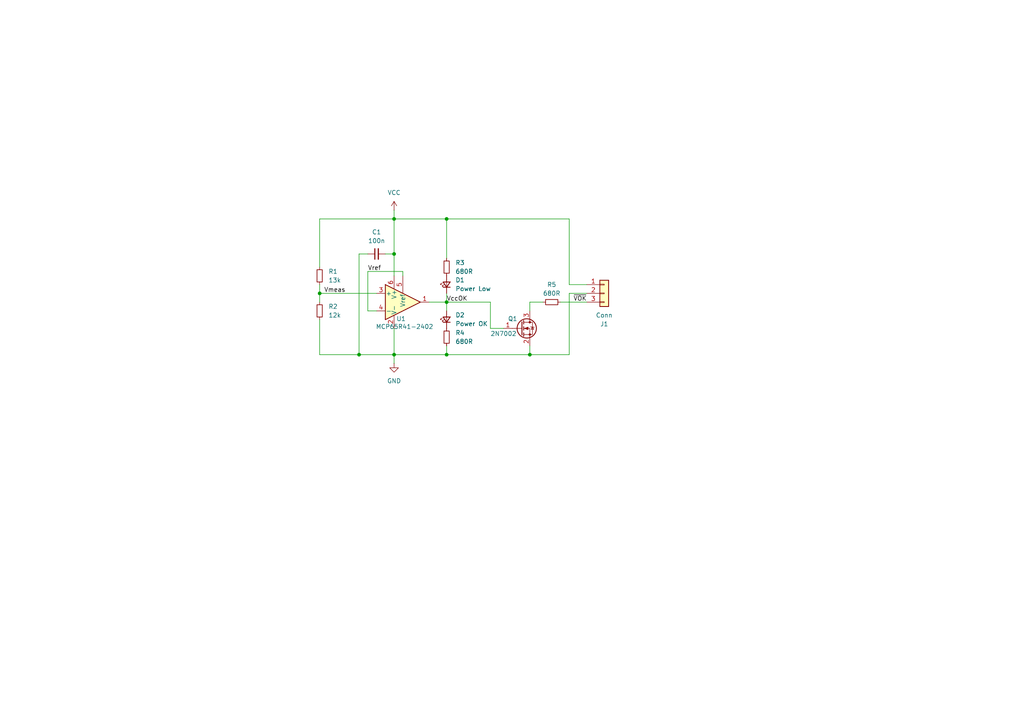
<source format=kicad_sch>
(kicad_sch (version 20231120) (generator "eeschema") (generator_version "8.0")
  (paper "A4")
  (title_block (title "BinaryVoltageIndicator") (date "${DATE}") (rev "${VERSION}") (company "Qetesh"))
  (lib_symbols
    (symbol "Comparator:MCP65R41" (pin_names (offset 0.127))
      (property "Reference" "U" (at 1.27 3.81 0))
      (property "Value" "MCP65R41" (at 6.35 -3.81 0))
      (symbol "MCP65R41_0_1"
        (polyline (pts (xy -5.08 5.08) (xy -5.08 -5.08) (xy 5.08 0) (xy -5.08 5.08)) (stroke (width 0.254)) (fill (type background)))
      )
      (symbol "MCP65R41_1_1"
        (pin output line (at 7.62 0 180) (length 2.54) (name "~") (number "1"))
        (pin power_in line (at -2.54 -7.62 90) (length 3.81) (name "V-") (number "2"))
        (pin input line (at -7.62 2.54 0) (length 2.54) (name "+") (number "3"))
        (pin input line (at -7.62 -2.54 0) (length 2.54) (name "-") (number "4"))
        (pin power_out line (at 0 7.62 270) (length 5.08) (name "Vref") (number "5"))
        (pin power_in line (at -2.54 7.62 270) (length 3.81) (name "V+") (number "6"))
      )
    )
    (symbol "Connector_Generic:Conn_01x03" (pin_names (offset 1.016) hide)
      (property "Reference" "J" (at 0 5.08 0))
      (property "Value" "Conn_01x03" (at 0 -5.08 0))
      (symbol "Conn_01x03_1_1"
        (rectangle (start -1.27 -2.413) (end 0 -2.667) (stroke (width 0.1524)))
        (rectangle (start -1.27 0.127) (end 0 -0.127) (stroke (width 0.1524)))
        (rectangle (start -1.27 2.667) (end 0 2.413) (stroke (width 0.1524)))
        (rectangle (start -1.27 3.81) (end 1.27 -3.81) (stroke (width 0.254)) (fill (type background)))
        (pin passive line (at -5.08 2.54 0) (length 3.81) (name "Pin_1") (number "1"))
        (pin passive line (at -5.08 0 0) (length 3.81) (name "Pin_2") (number "2"))
        (pin passive line (at -5.08 -2.54 0) (length 3.81) (name "Pin_3") (number "3"))
      )
    )
    (symbol "Device:C_Small" (pin_numbers hide) (pin_names (offset 0.254) hide)
      (property "Reference" "C" (at 0.254 1.778 0))
      (property "Value" "C_Small" (at 0.254 -2.032 0))
      (symbol "C_Small_0_1"
        (polyline (pts (xy -1.524 -0.508) (xy 1.524 -0.508)) (stroke (width 0.3302)))
        (polyline (pts (xy -1.524 0.508) (xy 1.524 0.508)) (stroke (width 0.3048)))
      )
      (symbol "C_Small_1_1"
        (pin passive line (at 0 2.54 270) (length 2.032) (name "~") (number "1"))
        (pin passive line (at 0 -2.54 90) (length 2.032) (name "~") (number "2"))
      )
    )
    (symbol "Device:LED_Small" (pin_numbers hide) (pin_names (offset 0.254) hide)
      (property "Reference" "D" (at -1.27 3.175 0))
      (property "Value" "LED_Small" (at -4.445 -2.54 0))
      (symbol "LED_Small_0_1"
        (polyline (pts (xy -0.762 -1.016) (xy -0.762 1.016)) (stroke (width 0.254)))
        (polyline (pts (xy 1.016 0) (xy -0.762 0)))
        (polyline (pts (xy 0.762 -1.016) (xy -0.762 0) (xy 0.762 1.016) (xy 0.762 -1.016)) (stroke (width 0.254)))
        (polyline (pts (xy 0 0.762) (xy -0.508 1.27) (xy -0.254 1.27) (xy -0.508 1.27) (xy -0.508 1.016)))
        (polyline (pts (xy 0.508 1.27) (xy 0 1.778) (xy 0.254 1.778) (xy 0 1.778) (xy 0 1.524)))
      )
      (symbol "LED_Small_1_1"
        (pin passive line (at -2.54 0 0) (length 1.778) (name "K") (number "1"))
        (pin passive line (at 2.54 0 180) (length 1.778) (name "A") (number "2"))
      )
    )
    (symbol "Device:R_Small" (pin_numbers hide) (pin_names (offset 0.254) hide)
      (property "Reference" "R" (at 0.762 0.508 0))
      (property "Value" "R_Small" (at 0.762 -1.016 0))
      (symbol "R_Small_0_1"
        (rectangle (start -0.762 1.778) (end 0.762 -1.778) (stroke (width 0.2032)))
      )
      (symbol "R_Small_1_1"
        (pin passive line (at 0 2.54 270) (length 0.762) (name "~") (number "1"))
        (pin passive line (at 0 -2.54 90) (length 0.762) (name "~") (number "2"))
      )
    )
    (symbol "Transistor_FET:2N7002" (pin_names hide)
      (property "Reference" "Q" (at 5.08 1.905 0))
      (property "Value" "2N7002" (at 5.08 0 0))
      (symbol "2N7002_0_1"
        (polyline (pts (xy 0.254 0) (xy -2.54 0)))
        (polyline (pts (xy 0.254 1.905) (xy 0.254 -1.905)) (stroke (width 0.254)))
        (polyline (pts (xy 0.762 -1.27) (xy 0.762 -2.286)) (stroke (width 0.254)))
        (polyline (pts (xy 0.762 0.508) (xy 0.762 -0.508)) (stroke (width 0.254)))
        (polyline (pts (xy 0.762 2.286) (xy 0.762 1.27)) (stroke (width 0.254)))
        (polyline (pts (xy 2.54 2.54) (xy 2.54 1.778)))
        (polyline (pts (xy 2.54 -2.54) (xy 2.54 0) (xy 0.762 0)))
        (polyline (pts (xy 0.762 -1.778) (xy 3.302 -1.778) (xy 3.302 1.778) (xy 0.762 1.778)))
        (polyline (pts (xy 1.016 0) (xy 2.032 0.381) (xy 2.032 -0.381) (xy 1.016 0)) (fill (type outline)))
        (polyline (pts (xy 2.794 0.508) (xy 2.921 0.381) (xy 3.683 0.381) (xy 3.81 0.254)))
        (polyline (pts (xy 3.302 0.381) (xy 2.921 -0.254) (xy 3.683 -0.254) (xy 3.302 0.381)))
        (circle (center 1.651 0) (radius 2.794) (stroke (width 0.254)))
        (circle (center 2.54 -1.778) (radius 0.254) (fill (type outline)))
        (circle (center 2.54 1.778) (radius 0.254) (fill (type outline)))
      )
      (symbol "2N7002_1_1"
        (pin input line (at -5.08 0 0) (length 2.54) (name "G") (number "1"))
        (pin passive line (at 2.54 -5.08 90) (length 2.54) (name "S") (number "2"))
        (pin passive line (at 2.54 5.08 270) (length 2.54) (name "D") (number "3"))
      )
    )
    (symbol "power:GND" (power) (pin_numbers hide) (pin_names (offset 0) hide)
      (property "Value" "GND" (at 0 -3.81 0))
      (symbol "GND_0_1"
        (polyline (pts (xy 0 0) (xy 0 -1.27) (xy 1.27 -1.27) (xy 0 -2.54) (xy -1.27 -1.27) (xy 0 -1.27)))
      )
      (symbol "GND_1_1"
        (pin power_in line (at 0 0 270) (length 0) (name "~") (number "1"))
      )
    )
    (symbol "power:PWR_FLAG" (power) (pin_numbers hide) (pin_names (offset 0) hide)
      (property "Value" "PWR_FLAG" (at 0 3.81 0))
      (symbol "PWR_FLAG_0_0"
        (pin power_out line (at 0 0 90) (length 0) (name "~") (number "1"))
      )
      (symbol "PWR_FLAG_0_1"
        (polyline (pts (xy 0 0) (xy 0 1.27) (xy -1.016 1.905) (xy 0 2.54) (xy 1.016 1.905) (xy 0 1.27)))
      )
    )
    (symbol "power:VCC" (power) (pin_numbers hide) (pin_names (offset 0) hide)
      (property "Value" "VCC" (at 0 3.556 0))
      (symbol "VCC_0_1"
        (polyline (pts (xy -0.762 1.27) (xy 0 2.54)))
        (polyline (pts (xy 0 0) (xy 0 2.54)))
        (polyline (pts (xy 0 2.54) (xy 0.762 1.27)))
      )
      (symbol "VCC_1_1"
        (pin power_in line (at 0 0 90) (length 0) (name "~") (number "1"))
      )
    )
  )
  (junction (at 114.3 102.87))
  (junction (at 153.67 102.87))
  (junction (at 129.54 63.5))
  (junction (at 129.54 87.63))
  (junction (at 104.14 102.87))
  (junction (at 114.3 73.66))
  (junction (at 92.71 85.09))
  (junction (at 129.54 102.87))
  (junction (at 114.3 63.5))
  (wire (pts (xy 92.71 85.09) (xy 109.22 85.09)))
  (wire (pts (xy 142.24 95.25) (xy 142.24 87.63)))
  (wire (pts (xy 129.54 87.63) (xy 129.54 90.17)))
  (wire (pts (xy 129.54 85.09) (xy 129.54 87.63)))
  (wire (pts (xy 114.3 63.5) (xy 129.54 63.5)))
  (wire (pts (xy 124.46 87.63) (xy 129.54 87.63)))
  (wire (pts (xy 165.1 82.55) (xy 170.18 82.55)))
  (wire (pts (xy 162.56 87.63) (xy 170.18 87.63)))
  (wire (pts (xy 129.54 63.5) (xy 129.54 74.93)))
  (wire (pts (xy 116.84 78.74) (xy 116.84 80.01)))
  (wire (pts (xy 146.05 95.25) (xy 142.24 95.25)))
  (wire (pts (xy 114.3 60.96) (xy 114.3 63.5)))
  (wire (pts (xy 153.67 100.33) (xy 153.67 102.87)))
  (wire (pts (xy 114.3 73.66) (xy 114.3 80.01)))
  (wire (pts (xy 92.71 63.5) (xy 114.3 63.5)))
  (wire (pts (xy 106.68 78.74) (xy 106.68 90.17)))
  (wire (pts (xy 165.1 63.5) (xy 129.54 63.5)))
  (wire (pts (xy 165.1 85.09) (xy 165.1 102.87)))
  (wire (pts (xy 104.14 73.66) (xy 104.14 102.87)))
  (wire (pts (xy 129.54 102.87) (xy 153.67 102.87)))
  (wire (pts (xy 104.14 102.87) (xy 114.3 102.87)))
  (wire (pts (xy 106.68 90.17) (xy 109.22 90.17)))
  (wire (pts (xy 114.3 102.87) (xy 114.3 105.41)))
  (wire (pts (xy 114.3 63.5) (xy 114.3 73.66)))
  (wire (pts (xy 165.1 85.09) (xy 170.18 85.09)))
  (wire (pts (xy 114.3 102.87) (xy 129.54 102.87)))
  (wire (pts (xy 142.24 87.63) (xy 129.54 87.63)))
  (wire (pts (xy 153.67 87.63) (xy 157.48 87.63)))
  (wire (pts (xy 92.71 63.5) (xy 92.71 77.47)))
  (wire (pts (xy 92.71 82.55) (xy 92.71 85.09)))
  (wire (pts (xy 106.68 73.66) (xy 104.14 73.66)))
  (wire (pts (xy 92.71 92.71) (xy 92.71 102.87)))
  (wire (pts (xy 92.71 102.87) (xy 104.14 102.87)))
  (wire (pts (xy 111.76 73.66) (xy 114.3 73.66)))
  (wire (pts (xy 153.67 102.87) (xy 165.1 102.87)))
  (wire (pts (xy 129.54 102.87) (xy 129.54 100.33)))
  (wire (pts (xy 92.71 85.09) (xy 92.71 87.63)))
  (wire (pts (xy 116.84 78.74) (xy 106.68 78.74)))
  (wire (pts (xy 153.67 90.17) (xy 153.67 87.63)))
  (wire (pts (xy 165.1 63.5) (xy 165.1 82.55)))
  (wire (pts (xy 114.3 95.25) (xy 114.3 102.87)))
  (label "Vref" (at 106.68 78.74 0))
  (label "VccOK" (at 129.54 87.63 0))
  (label "Vmeas" (at 93.98 85.09 0))
  (label "~{VOK}" (at 170.18 87.63 180))
  (symbol (lib_id "Device:R_Small") (at 160.02 87.63 90) (unit 1)
    (property "Reference" "R5" (at 160.02 82.55 90))
    (property "Value" "680R" (at 160.02 85.09 90))
    (property "Footprint" "Resistor_SMD:R_0402_1005Metric" (effects (hide yes)))
    (property "Description" "Resistor, small symbol" (effects (hide yes)))
    (property "LCSC" "C25130" (effects (hide yes)))
  )
  (symbol (lib_id "power:VCC") (at -17.78 181.61 180) (unit 1)
    (property "Reference" "#PWR04" (effects (hide yes)))
    (property "Value" "VCC" (at -17.78 186.69 0))
    (property "Description" "Power symbol creates a global label with name \"VCC\"" (effects (hide yes)))
  )
  (symbol (lib_id "Device:R_Small") (at 129.54 97.79 0) (unit 1)
    (property "Reference" "R4" (at 132.08 96.5199 0) (effects (justify left)))
    (property "Value" "680R" (at 132.08 99.0599 0) (effects (justify left)))
    (property "Footprint" "Resistor_SMD:R_0402_1005Metric" (effects (hide yes)))
    (property "Description" "Resistor, small symbol" (effects (hide yes)))
    (property "LCSC" "C25130" (effects (hide yes)))
  )
  (symbol (lib_id "Device:R_Small") (at 92.71 90.17 0) (unit 1)
    (property "Reference" "R2" (at 95.25 88.8999 0) (effects (justify left)))
    (property "Value" "12k" (at 95.25 91.4399 0) (effects (justify left)))
    (property "Footprint" "Resistor_SMD:R_0603_1608Metric" (effects (hide yes)))
    (property "Description" "Resistor, small symbol" (effects (hide yes)))
    (property "LCSC" "C22790" (effects (hide yes)))
  )
  (symbol (lib_id "power:GND") (at 114.3 105.41 0) (unit 1)
    (property "Reference" "#PWR02" (effects (hide yes)))
    (property "Value" "GND" (at 114.3 110.49 0))
    (property "Description" "Power symbol creates a global label with name \"GND\" , ground" (effects (hide yes)))
  )
  (symbol (lib_id "Device:C_Small") (at 109.22 73.66 90) (unit 1)
    (property "Reference" "C1" (at 109.2263 67.31 90))
    (property "Value" "100n" (at 109.2263 69.85 90))
    (property "Footprint" "Capacitor_SMD:C_0402_1005Metric" (effects (hide yes)))
    (property "Description" "Unpolarized capacitor, small symbol" (effects (hide yes)))
    (property "LCSC" "C1525" (effects (hide yes)))
  )
  (symbol (lib_id "power:VCC") (at 114.3 60.96 0) (unit 1)
    (property "Reference" "#PWR01" (effects (hide yes)))
    (property "Value" "VCC" (at 114.3 55.88 0))
    (property "Description" "Power symbol creates a global label with name \"VCC\"" (effects (hide yes)))
  )
  (symbol (lib_id "power:PWR_FLAG") (at -27.94 181.61 0) (unit 1)
    (property "Reference" "#FLG01" (effects (hide yes)))
    (property "Value" "PWR_FLAG" (at -27.94 176.53 0))
    (property "Description" "Special symbol for telling ERC where power comes from" (effects (hide yes)))
  )
  (symbol (lib_id "Device:R_Small") (at 129.54 77.47 0) (unit 1)
    (property "Reference" "R3" (at 132.08 76.1999 0) (effects (justify left)))
    (property "Value" "680R" (at 132.08 78.7399 0) (effects (justify left)))
    (property "Footprint" "Resistor_SMD:R_0402_1005Metric" (effects (hide yes)))
    (property "Description" "Resistor, small symbol" (effects (hide yes)))
    (property "LCSC" "C25130" (effects (hide yes)))
  )
  (symbol (lib_id "Device:LED_Small") (at 129.54 82.55 90) (unit 1)
    (property "Reference" "D1" (at 132.08 81.2164 90) (effects (justify right)))
    (property "Value" "Power Low" (at 132.08 83.7564 90) (effects (justify right)))
    (property "Footprint" "LED_SMD:LED_0603_1608Metric" (effects (hide yes)))
    (property "Description" "Light emitting diode, small symbol" (effects (hide yes)))
    (property "LCSC" "C2286" (effects (hide yes)))
  )
  (symbol (lib_id "power:PWR_FLAG") (at -17.78 181.61 0) (unit 1)
    (property "Reference" "#FLG02" (effects (hide yes)))
    (property "Value" "PWR_FLAG" (at -17.78 176.53 0))
    (property "Description" "Special symbol for telling ERC where power comes from" (effects (hide yes)))
  )
  (symbol (lib_id "Device:LED_Small") (at 129.54 92.71 90) (unit 1)
    (property "Reference" "D2" (at 132.08 91.3764 90) (effects (justify right)))
    (property "Value" "Power OK" (at 132.08 93.9164 90) (effects (justify right)))
    (property "Footprint" "LED_SMD:LED_0603_1608Metric" (effects (hide yes)))
    (property "Description" "Light emitting diode, small symbol" (effects (hide yes)))
    (property "LCSC" "C2986059" (effects (hide yes)))
  )
  (symbol (lib_id "power:GND") (at -27.94 181.61 0) (unit 1)
    (property "Reference" "#PWR03" (effects (hide yes)))
    (property "Value" "GND" (at -27.94 186.69 0))
    (property "Description" "Power symbol creates a global label with name \"GND\" , ground" (effects (hide yes)))
  )
  (symbol (lib_id "Comparator:MCP65R41") (at 116.84 87.63 0) (unit 1)
    (property "Reference" "U1" (at 116.332 92.456 0))
    (property "Value" "MCP65R41-2402" (at 117.348 94.742 0))
    (property "Footprint" "Package_TO_SOT_SMD:SOT-23-6" (effects (hide yes)))
    (property "Datasheet" "http://ww1.microchip.com/downloads/en/DeviceDoc/22269B.pdf" (effects (hide yes)))
    (property "Description" "3 μA Comparator with Integrated Reference Voltage, SOT-23-6" (effects (hide yes)))
    (property "LCSC" "C145386" (effects (hide yes)))
  )
  (symbol (lib_id "Connector_Generic:Conn_01x03") (at 175.26 85.09 0) (unit 1)
    (property "Reference" "J1" (at 175.26 93.98 0))
    (property "Value" "Conn" (at 175.26 91.44 0))
    (property "Footprint" "Connector_PinHeader_2.54mm:PinHeader_1x03_P2.54mm_Vertical" (effects (hide yes)))
    (property "Description" "Generic connector, single row, 01x03, script generated (kicad-library-utils/schlib/autogen/connector/)" (effects (hide yes)))
  )
  (symbol (lib_id "Transistor_FET:2N7002") (at 151.13 95.25 0) (unit 1)
    (property "Reference" "Q1" (at 147.32 92.456 0) (effects (justify left)))
    (property "Value" "2N7002" (at 142.24 96.774 0) (effects (justify left)))
    (property "Footprint" "Package_TO_SOT_SMD:SOT-23" (effects (hide yes)))
    (property "Datasheet" "https://www.onsemi.com/pub/Collateral/NDS7002A-D.PDF" (effects (hide yes)))
    (property "Description" "0.115A Id, 60V Vds, N-Channel MOSFET, SOT-23" (effects (hide yes)))
    (property "LCSC" "C8545" (effects (hide yes)))
  )
  (symbol (lib_id "Device:R_Small") (at 92.71 80.01 180) (unit 1)
    (property "Reference" "R1" (at 95.25 78.7399 0) (effects (justify right)))
    (property "Value" "13k" (at 95.25 81.2799 0) (effects (justify right)))
    (property "Footprint" "Resistor_SMD:R_0603_1608Metric" (effects (hide yes)))
    (property "Description" "Resistor, small symbol" (effects (hide yes)))
    (property "LCSC" "C22797" (effects (hide yes)))
  )
)
</source>
